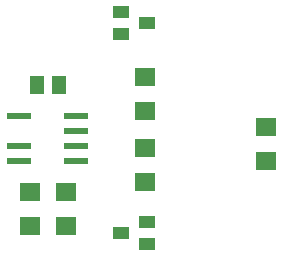
<source format=gbr>
G04 EAGLE Gerber RS-274X export*
G75*
%MOMM*%
%FSLAX34Y34*%
%LPD*%
%INSolderpaste Bottom*%
%IPPOS*%
%AMOC8*
5,1,8,0,0,1.08239X$1,22.5*%
G01*
%ADD10R,2.000000X0.600000*%
%ADD11R,1.300000X1.500000*%
%ADD12R,1.803000X1.600000*%
%ADD13R,1.400000X1.000000*%


D10*
X210100Y155950D03*
X210100Y168650D03*
X210100Y194050D03*
X258900Y194050D03*
X258900Y181350D03*
X258900Y168650D03*
X258900Y155950D03*
D11*
X225500Y220000D03*
X244500Y220000D03*
D12*
X420000Y184220D03*
X420000Y155780D03*
X220000Y100780D03*
X220000Y129220D03*
X250000Y129220D03*
X250000Y100780D03*
X317500Y198280D03*
X317500Y226720D03*
X317500Y166720D03*
X317500Y138280D03*
D13*
X318500Y272500D03*
X296500Y282000D03*
X296500Y263000D03*
X296500Y95000D03*
X318500Y85500D03*
X318500Y104500D03*
M02*

</source>
